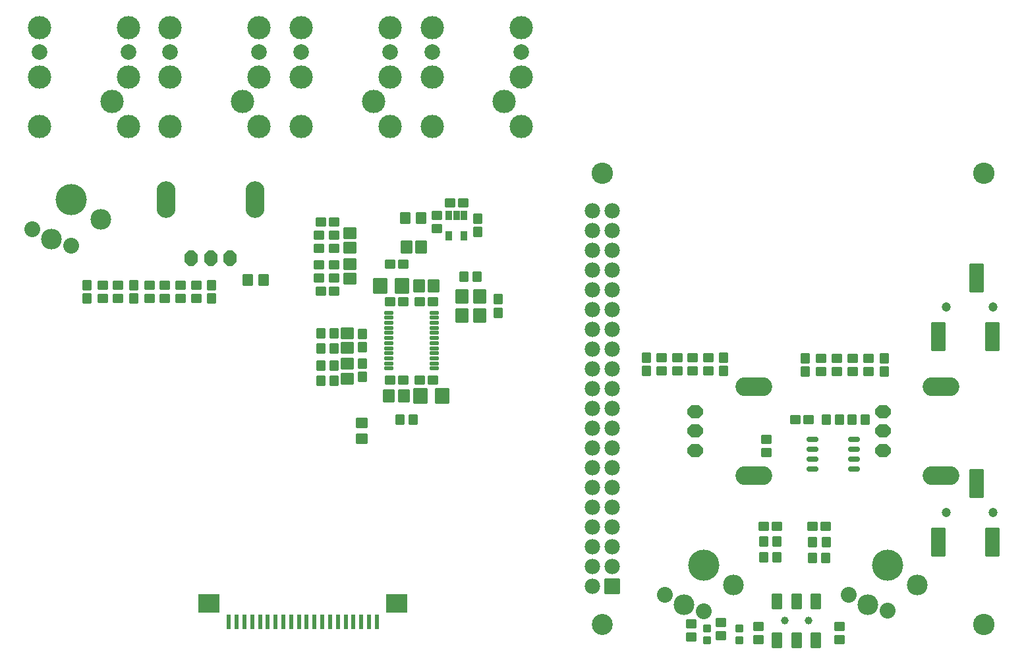
<source format=gbr>
%TF.GenerationSoftware,KiCad,Pcbnew,9.0.6*%
%TF.CreationDate,2025-11-16T15:37:37+10:00*%
%TF.ProjectId,ShieldXL-M,53686965-6c64-4584-9c2d-4d2e6b696361,rev?*%
%TF.SameCoordinates,Original*%
%TF.FileFunction,Soldermask,Bot*%
%TF.FilePolarity,Negative*%
%FSLAX46Y46*%
G04 Gerber Fmt 4.6, Leading zero omitted, Abs format (unit mm)*
G04 Created by KiCad (PCBNEW 9.0.6) date 2025-11-16 15:37:37*
%MOMM*%
%LPD*%
G01*
G04 APERTURE LIST*
G04 Aperture macros list*
%AMRoundRect*
0 Rectangle with rounded corners*
0 $1 Rounding radius*
0 $2 $3 $4 $5 $6 $7 $8 $9 X,Y pos of 4 corners*
0 Add a 4 corners polygon primitive as box body*
4,1,4,$2,$3,$4,$5,$6,$7,$8,$9,$2,$3,0*
0 Add four circle primitives for the rounded corners*
1,1,$1+$1,$2,$3*
1,1,$1+$1,$4,$5*
1,1,$1+$1,$6,$7*
1,1,$1+$1,$8,$9*
0 Add four rect primitives between the rounded corners*
20,1,$1+$1,$2,$3,$4,$5,0*
20,1,$1+$1,$4,$5,$6,$7,0*
20,1,$1+$1,$6,$7,$8,$9,0*
20,1,$1+$1,$8,$9,$2,$3,0*%
%AMFreePoly0*
4,1,25,0.372036,0.971196,0.384159,0.960842,0.825842,0.519159,0.854349,0.463211,0.855600,0.447317,0.855600,-0.447317,0.836196,-0.507036,0.825842,-0.519159,0.384159,-0.960842,0.328211,-0.989349,0.312317,-0.990600,-0.312317,-0.990600,-0.372036,-0.971196,-0.384159,-0.960842,-0.825842,-0.519159,-0.854349,-0.463211,-0.855600,-0.447317,-0.855600,0.447317,-0.836196,0.507036,-0.825842,0.519159,
-0.384159,0.960842,-0.328211,0.989349,-0.312317,0.990600,0.312317,0.990600,0.372036,0.971196,0.372036,0.971196,$1*%
G04 Aperture macros list end*
%ADD10C,4.000400*%
%ADD11C,2.032000*%
%ADD12C,2.667000*%
%ADD13O,4.703200X2.453200*%
%ADD14FreePoly0,270.000000*%
%ADD15O,2.453200X4.703200*%
%ADD16FreePoly0,0.000000*%
%ADD17C,2.700000*%
%ADD18C,2.750000*%
%ADD19RoundRect,0.101600X0.889000X-0.889000X0.889000X0.889000X-0.889000X0.889000X-0.889000X-0.889000X0*%
%ADD20C,1.981200*%
%ADD21RoundRect,0.101600X0.550000X-0.500000X0.550000X0.500000X-0.550000X0.500000X-0.550000X-0.500000X0*%
%ADD22RoundRect,0.101600X-0.550000X0.500000X-0.550000X-0.500000X0.550000X-0.500000X0.550000X0.500000X0*%
%ADD23RoundRect,0.101600X0.600000X0.650000X-0.600000X0.650000X-0.600000X-0.650000X0.600000X-0.650000X0*%
%ADD24RoundRect,0.101600X-0.500000X-0.550000X0.500000X-0.550000X0.500000X0.550000X-0.500000X0.550000X0*%
%ADD25RoundRect,0.101600X0.550000X0.500000X-0.550000X0.500000X-0.550000X-0.500000X0.550000X-0.500000X0*%
%ADD26RoundRect,0.101600X-0.750000X0.800000X-0.750000X-0.800000X0.750000X-0.800000X0.750000X0.800000X0*%
%ADD27RoundRect,0.101600X0.750000X-0.800000X0.750000X0.800000X-0.750000X0.800000X-0.750000X-0.800000X0*%
%ADD28RoundRect,0.101600X-0.550000X-0.500000X0.550000X-0.500000X0.550000X0.500000X-0.550000X0.500000X0*%
%ADD29RoundRect,0.101600X-0.650000X0.600000X-0.650000X-0.600000X0.650000X-0.600000X0.650000X0.600000X0*%
%ADD30RoundRect,0.101600X-0.650000X-0.750000X0.650000X-0.750000X0.650000X0.750000X-0.650000X0.750000X0*%
%ADD31C,3.000000*%
%ADD32C,2.000000*%
%ADD33RoundRect,0.101600X-0.500000X0.550000X-0.500000X-0.550000X0.500000X-0.550000X0.500000X0.550000X0*%
%ADD34RoundRect,0.101600X0.500000X0.550000X-0.500000X0.550000X-0.500000X-0.550000X0.500000X-0.550000X0*%
%ADD35RoundRect,0.101600X0.750000X-0.650000X0.750000X0.650000X-0.750000X0.650000X-0.750000X-0.650000X0*%
%ADD36RoundRect,0.101600X0.500000X-0.550000X0.500000X0.550000X-0.500000X0.550000X-0.500000X-0.550000X0*%
%ADD37RoundRect,0.101600X-0.400000X-0.400000X0.400000X-0.400000X0.400000X0.400000X-0.400000X0.400000X0*%
%ADD38RoundRect,0.101600X-0.800000X-0.900000X0.800000X-0.900000X0.800000X0.900000X-0.800000X0.900000X0*%
%ADD39C,1.200000*%
%ADD40RoundRect,0.101600X0.825000X1.750000X-0.825000X1.750000X-0.825000X-1.750000X0.825000X-1.750000X0*%
%ADD41C,1.000000*%
%ADD42RoundRect,0.101600X0.550000X-0.950000X0.550000X0.950000X-0.550000X0.950000X-0.550000X-0.950000X0*%
%ADD43RoundRect,0.101600X0.650000X0.750000X-0.650000X0.750000X-0.650000X-0.750000X0.650000X-0.750000X0*%
%ADD44R,2.700000X2.400000*%
%ADD45R,0.600000X1.900000*%
%ADD46RoundRect,0.101600X-0.600000X-0.650000X0.600000X-0.650000X0.600000X0.650000X-0.600000X0.650000X0*%
%ADD47RoundRect,0.150000X0.625000X0.150000X-0.625000X0.150000X-0.625000X-0.150000X0.625000X-0.150000X0*%
%ADD48RoundRect,0.101600X-0.750000X0.650000X-0.750000X-0.650000X0.750000X-0.650000X0.750000X0.650000X0*%
%ADD49RoundRect,0.101600X0.800000X0.900000X-0.800000X0.900000X-0.800000X-0.900000X0.800000X-0.900000X0*%
%ADD50RoundRect,0.101600X-0.495300X0.152400X-0.495300X-0.152400X0.495300X-0.152400X0.495300X0.152400X0*%
%ADD51RoundRect,0.101600X-0.345000X-0.495000X0.345000X-0.495000X0.345000X0.495000X-0.345000X0.495000X0*%
%ADD52RoundRect,0.101600X0.345000X0.495000X-0.345000X0.495000X-0.345000X-0.495000X0.345000X-0.495000X0*%
G04 APERTURE END LIST*
D10*
%TO.C,SW2*%
X173018135Y-128813295D03*
D11*
X173018135Y-134713295D03*
D12*
X176828135Y-131353295D03*
D11*
X168018135Y-132613295D03*
D12*
X170478135Y-133893295D03*
%TD*%
D13*
%TO.C,E2*%
X203495058Y-105862585D03*
X203495058Y-117292585D03*
D14*
X195995058Y-109077585D03*
X195995058Y-114077585D03*
X195995058Y-111577585D03*
%TD*%
D10*
%TO.C,SW3*%
X196607718Y-128795933D03*
D11*
X196607718Y-134695933D03*
D12*
X200417718Y-131335933D03*
D11*
X191607718Y-132595933D03*
D12*
X194067718Y-133875933D03*
%TD*%
D10*
%TO.C,SW1*%
X91707658Y-81816663D03*
D11*
X91707658Y-87716663D03*
D12*
X95517658Y-84356663D03*
D11*
X86707658Y-85616663D03*
D12*
X89167658Y-86896663D03*
%TD*%
D15*
%TO.C,E1*%
X103916361Y-81834032D03*
X115346361Y-81834032D03*
D16*
X107131361Y-89334032D03*
X112131361Y-89334032D03*
X109631361Y-89334032D03*
%TD*%
D13*
%TO.C,E3*%
X179376520Y-105866217D03*
X179376520Y-117296217D03*
D14*
X171876520Y-109081217D03*
X171876520Y-114081217D03*
X171876520Y-111581217D03*
%TD*%
D17*
%TO.C,X1*%
X159948360Y-136416589D03*
D18*
X208948360Y-136416589D03*
X159948360Y-78416589D03*
X208948360Y-78416589D03*
D19*
X161218360Y-131546589D03*
D20*
X158678360Y-131546589D03*
X161218360Y-129006589D03*
X158678360Y-129006589D03*
X161218360Y-126466589D03*
X158678360Y-126466589D03*
X161218360Y-123926589D03*
X158678360Y-123926589D03*
X161218360Y-121386589D03*
X158678360Y-121386589D03*
X161218360Y-118846589D03*
X158678360Y-118846589D03*
X161218360Y-116306589D03*
X158678360Y-116306589D03*
X161218360Y-113766589D03*
X158678360Y-113766589D03*
X161218360Y-111226589D03*
X158678360Y-111226589D03*
X161218360Y-108686589D03*
X158678360Y-108686589D03*
X161218360Y-106146589D03*
X158678360Y-106146589D03*
X161218360Y-103606589D03*
X158678360Y-103606589D03*
X161218360Y-101066589D03*
X158678360Y-101066589D03*
X161218360Y-98526589D03*
X158678360Y-98526589D03*
X161218360Y-95986589D03*
X158678360Y-95986589D03*
X161218360Y-93446589D03*
X158678360Y-93446589D03*
X161218360Y-90906589D03*
X158678360Y-90906589D03*
X161218360Y-88366589D03*
X158678360Y-88366589D03*
X161218360Y-85826589D03*
X158678360Y-85826589D03*
X161218360Y-83286589D03*
X158678360Y-83286589D03*
%TD*%
D21*
%TO.C,R11*%
X125499534Y-88101063D03*
X125499534Y-86401063D03*
%TD*%
%TO.C,R12*%
X123496633Y-88101063D03*
X123496633Y-86401063D03*
%TD*%
D22*
%TO.C,R45*%
X95750468Y-92798909D03*
X95750468Y-94498909D03*
%TD*%
D23*
%TO.C,L1*%
X116426222Y-92119801D03*
X114394222Y-92119801D03*
%TD*%
D24*
%TO.C,R47*%
X180666959Y-125806766D03*
X182366959Y-125806766D03*
%TD*%
D22*
%TO.C,R29*%
X103765542Y-92838988D03*
X103765542Y-94538988D03*
%TD*%
D21*
%TO.C,R18*%
X190385100Y-138398010D03*
X190385100Y-136698010D03*
%TD*%
D25*
%TO.C,C47*%
X134356299Y-90104696D03*
X132656299Y-90104696D03*
%TD*%
D26*
%TO.C,Q1*%
X144181299Y-94252196D03*
X144181299Y-96752196D03*
D27*
X141881299Y-96752196D03*
X141881299Y-94252196D03*
%TD*%
D22*
%TO.C,R14*%
X123524087Y-90205238D03*
X123524087Y-91905238D03*
%TD*%
D28*
%TO.C,C15*%
X123766299Y-84707196D03*
X125466299Y-84707196D03*
%TD*%
D25*
%TO.C,C4*%
X134356299Y-105027196D03*
X132656299Y-105027196D03*
%TD*%
D29*
%TO.C,L2*%
X129032675Y-110516530D03*
X129032675Y-112548530D03*
%TD*%
D21*
%TO.C,R4*%
X171561104Y-103839046D03*
X171561104Y-102139046D03*
%TD*%
D28*
%TO.C,C46*%
X186983412Y-123852122D03*
X188683412Y-123852122D03*
%TD*%
D21*
%TO.C,R19*%
X171408742Y-138077766D03*
X171408742Y-136377766D03*
%TD*%
D30*
%TO.C,C2*%
X136383754Y-92897661D03*
X138283754Y-92897661D03*
%TD*%
D21*
%TO.C,R38*%
X173534028Y-103839046D03*
X173534028Y-102139046D03*
%TD*%
D22*
%TO.C,R13*%
X125492908Y-90205238D03*
X125492908Y-91905238D03*
%TD*%
D31*
%TO.C,J2*%
X147361373Y-69252122D03*
D32*
X138061373Y-62902122D03*
X149491373Y-62902122D03*
D31*
X149491373Y-66052122D03*
X138061373Y-66052122D03*
X149491373Y-59702122D03*
X138061373Y-59702122D03*
X149491373Y-72402122D03*
X138061373Y-72402122D03*
%TD*%
D21*
%TO.C,R35*%
X190096484Y-103914786D03*
X190096484Y-102214786D03*
%TD*%
D33*
%TO.C,C38*%
X186049940Y-102208692D03*
X186049940Y-103908692D03*
%TD*%
D24*
%TO.C,R16*%
X188716637Y-110142716D03*
X190416637Y-110142716D03*
%TD*%
D34*
%TO.C,R49*%
X188687520Y-125855705D03*
X186987520Y-125855705D03*
%TD*%
D25*
%TO.C,C18*%
X186467867Y-110129127D03*
X184767867Y-110129127D03*
%TD*%
D35*
%TO.C,C16*%
X127473799Y-92007196D03*
X127473799Y-90107196D03*
%TD*%
D36*
%TO.C,C36*%
X109738770Y-94538988D03*
X109738770Y-92838988D03*
%TD*%
D21*
%TO.C,R34*%
X188072828Y-103908692D03*
X188072828Y-102208692D03*
%TD*%
D37*
%TO.C,D1*%
X173377812Y-136937216D03*
X173377812Y-138437216D03*
%TD*%
D38*
%TO.C,C7*%
X136607072Y-107059485D03*
X139407072Y-107059485D03*
%TD*%
D39*
%TO.C,J6*%
X210176863Y-95650260D03*
X204176863Y-95650260D03*
D40*
X203101863Y-99400260D03*
X208001863Y-91900260D03*
X210101863Y-99400260D03*
%TD*%
D41*
%TO.C,S1*%
X183413475Y-135933795D03*
X186413475Y-135933795D03*
D42*
X187413475Y-138433795D03*
X184913475Y-138433795D03*
X182413475Y-138433795D03*
X182413475Y-133433795D03*
X184913475Y-133433795D03*
X187413475Y-133433795D03*
%TD*%
D31*
%TO.C,J1*%
X130582740Y-69252122D03*
D32*
X121282740Y-62902122D03*
X132712740Y-62902122D03*
D31*
X132712740Y-66052122D03*
X121282740Y-66052122D03*
X132712740Y-59702122D03*
X121282740Y-59702122D03*
X132712740Y-72402122D03*
X121282740Y-72402122D03*
%TD*%
D21*
%TO.C,R20*%
X175215610Y-137902738D03*
X175215610Y-136202738D03*
%TD*%
D31*
%TO.C,J4*%
X96936853Y-69252122D03*
D32*
X87636853Y-62902122D03*
X99066853Y-62902122D03*
D31*
X99066853Y-66052122D03*
X87636853Y-66052122D03*
X99066853Y-59702122D03*
X87636853Y-59702122D03*
X99066853Y-72402122D03*
X87636853Y-72402122D03*
%TD*%
D39*
%TO.C,J3*%
X210176863Y-122086142D03*
X204176863Y-122086142D03*
D40*
X203101863Y-125836142D03*
X208001863Y-118336142D03*
X210101863Y-125836142D03*
%TD*%
D25*
%TO.C,C8*%
X134339877Y-94975201D03*
X132639877Y-94975201D03*
%TD*%
D43*
%TO.C,C5*%
X134422706Y-107059485D03*
X132522706Y-107059485D03*
%TD*%
D24*
%TO.C,R15*%
X133926299Y-110107196D03*
X135626299Y-110107196D03*
%TD*%
D21*
%TO.C,R3*%
X192106996Y-103914442D03*
X192106996Y-102214442D03*
%TD*%
D36*
%TO.C,C88*%
X143914781Y-85992998D03*
X143914781Y-84292998D03*
%TD*%
D21*
%TO.C,R17*%
X179983540Y-138421176D03*
X179983540Y-136721176D03*
%TD*%
D34*
%TO.C,R10*%
X125458689Y-105109816D03*
X123758689Y-105109816D03*
%TD*%
D25*
%TO.C,C45*%
X182373244Y-123801842D03*
X180673244Y-123801842D03*
%TD*%
D22*
%TO.C,R28*%
X101746385Y-92836619D03*
X101746385Y-94536619D03*
%TD*%
D44*
%TO.C,U$1*%
X109438100Y-133738132D03*
X133528100Y-133738132D03*
D45*
X111968100Y-136088132D03*
X112968100Y-136088132D03*
X113968099Y-136088132D03*
X114968100Y-136088132D03*
X115968100Y-136088132D03*
X116968100Y-136088132D03*
X117968100Y-136088132D03*
X118968099Y-136088132D03*
X119968100Y-136088132D03*
X120968100Y-136088132D03*
X121968100Y-136088132D03*
X122968100Y-136088132D03*
X123968100Y-136088131D03*
X124968100Y-136088132D03*
X125968100Y-136088132D03*
X126968100Y-136088132D03*
X127968100Y-136088132D03*
X128968100Y-136088131D03*
X129968100Y-136088132D03*
X130968100Y-136088132D03*
%TD*%
D28*
%TO.C,C6*%
X136466299Y-105027196D03*
X138166299Y-105027196D03*
%TD*%
D46*
%TO.C,L3*%
X134635771Y-84204101D03*
X136667771Y-84204101D03*
%TD*%
D36*
%TO.C,C44*%
X93739259Y-94498909D03*
X93739259Y-92798909D03*
%TD*%
%TO.C,C13*%
X129129723Y-104594976D03*
X129129723Y-102894976D03*
%TD*%
D33*
%TO.C,C41*%
X165576567Y-102122605D03*
X165576567Y-103822605D03*
%TD*%
D21*
%TO.C,R44*%
X97736537Y-94511479D03*
X97736537Y-92811479D03*
%TD*%
%TO.C,R40*%
X167565933Y-103822605D03*
X167565933Y-102122605D03*
%TD*%
D47*
%TO.C,U2*%
X192318221Y-112627556D03*
X192318221Y-113897556D03*
X192318221Y-115167556D03*
X192318221Y-116437556D03*
X186968221Y-116437556D03*
X186968221Y-115167556D03*
X186968221Y-113897556D03*
X186968221Y-112627556D03*
%TD*%
D33*
%TO.C,C42*%
X175506953Y-102155487D03*
X175506953Y-103855487D03*
%TD*%
D21*
%TO.C,R32*%
X194129885Y-103914442D03*
X194129885Y-102214442D03*
%TD*%
D36*
%TO.C,C35*%
X99735176Y-94524049D03*
X99735176Y-92824049D03*
%TD*%
D24*
%TO.C,R1*%
X142181299Y-91692196D03*
X143881299Y-91692196D03*
%TD*%
D48*
%TO.C,C10*%
X127156299Y-98997196D03*
X127156299Y-100897196D03*
%TD*%
D22*
%TO.C,R26*%
X107747694Y-92838988D03*
X107747694Y-94538988D03*
%TD*%
D35*
%TO.C,C12*%
X127143490Y-104845888D03*
X127143490Y-102945888D03*
%TD*%
D28*
%TO.C,C17*%
X123766299Y-93597196D03*
X125466299Y-93597196D03*
%TD*%
D22*
%TO.C,R21*%
X138697560Y-83871646D03*
X138697560Y-85571646D03*
%TD*%
D30*
%TO.C,C43*%
X134761510Y-87907928D03*
X136661510Y-87907928D03*
%TD*%
D33*
%TO.C,C3*%
X146523799Y-94652196D03*
X146523799Y-96352196D03*
%TD*%
D49*
%TO.C,C9*%
X134205570Y-92956493D03*
X131405570Y-92956493D03*
%TD*%
D48*
%TO.C,C14*%
X127479010Y-86148795D03*
X127479010Y-88048795D03*
%TD*%
D50*
%TO.C,U1*%
X138329099Y-96372196D03*
X138329099Y-97022196D03*
X138329099Y-97672196D03*
X138329099Y-98322196D03*
X138329099Y-98972196D03*
X138329099Y-99622196D03*
X138329099Y-100272196D03*
X138329099Y-100922196D03*
X138329099Y-101572196D03*
X138329099Y-102222196D03*
X138329099Y-102872196D03*
X138329099Y-103522196D03*
X132493499Y-103522196D03*
X132493499Y-102872196D03*
X132493499Y-102222196D03*
X132493499Y-101572196D03*
X132493499Y-100922196D03*
X132493499Y-100272196D03*
X132493499Y-99622196D03*
X132493499Y-98972196D03*
X132493499Y-98322196D03*
X132493499Y-97672196D03*
X132493499Y-97022196D03*
X132493499Y-96372196D03*
%TD*%
D34*
%TO.C,R7*%
X125466299Y-98994696D03*
X123766299Y-98994696D03*
%TD*%
%TO.C,R46*%
X182373244Y-127811689D03*
X180673244Y-127811689D03*
%TD*%
%TO.C,R8*%
X125458689Y-100966550D03*
X123758689Y-100966550D03*
%TD*%
%TO.C,R9*%
X125466299Y-103122196D03*
X123766299Y-103122196D03*
%TD*%
D28*
%TO.C,C1*%
X136451821Y-94941310D03*
X138151821Y-94941310D03*
%TD*%
D24*
%TO.C,R48*%
X186983412Y-127861970D03*
X188683412Y-127861970D03*
%TD*%
D33*
%TO.C,C39*%
X196164959Y-102202256D03*
X196164959Y-103902256D03*
%TD*%
D24*
%TO.C,R6*%
X192049526Y-110142716D03*
X193749526Y-110142716D03*
%TD*%
D28*
%TO.C,C63*%
X140391582Y-82212046D03*
X142091582Y-82212046D03*
%TD*%
D31*
%TO.C,J5*%
X113738103Y-69252122D03*
D32*
X104438103Y-62902122D03*
X115868103Y-62902122D03*
D31*
X115868103Y-66052122D03*
X104438103Y-66052122D03*
X115868103Y-59702122D03*
X104438103Y-59702122D03*
X115868103Y-72402122D03*
X104438103Y-72402122D03*
%TD*%
D22*
%TO.C,R2*%
X105756618Y-92838988D03*
X105756618Y-94538988D03*
%TD*%
D33*
%TO.C,C11*%
X129165092Y-99115693D03*
X129165092Y-100815693D03*
%TD*%
D21*
%TO.C,R41*%
X169563176Y-103827539D03*
X169563176Y-102127539D03*
%TD*%
%TO.C,R5*%
X181029344Y-114341203D03*
X181029344Y-112641203D03*
%TD*%
D51*
%TO.C,U11*%
X140241519Y-83856372D03*
X141191519Y-83856372D03*
X142141519Y-83856372D03*
D52*
X142141519Y-86456372D03*
D51*
X140241519Y-86456372D03*
%TD*%
D37*
%TO.C,D2*%
X177515241Y-136937216D03*
X177515241Y-138437216D03*
%TD*%
M02*

</source>
